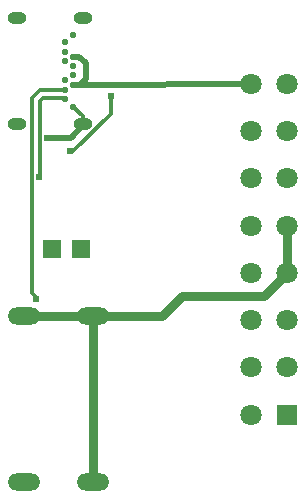
<source format=gbl>
G04 Layer: BottomLayer*
G04 EasyEDA Pro v2.2.37.7, 2025-04-21 16:56:55*
G04 Gerber Generator version 0.3*
G04 Scale: 100 percent, Rotated: No, Reflected: No*
G04 Dimensions in millimeters*
G04 Leading zeros omitted, absolute positions, 4 integers and 5 decimals*
%FSLAX45Y45*%
%MOMM*%
%ADD10C,1.8*%
%ADD11R,1.8X1.8*%
%ADD12O,2.75001X1.45001*%
%ADD13C,0.55001*%
%ADD14O,1.6X1.0*%
%ADD15R,1.524X1.524*%
%ADD16C,0.61*%
%ADD17C,0.762*%
%ADD18C,0.254*%
%ADD19C,0.3048*%
%ADD20C,0.508*%
G75*


G04 Pad Start*
G54D10*
G01X-20700200Y4651200D03*
G01X-20700200Y4251201D03*
G01X-20700200Y3851202D03*
G01X-20700200Y3451202D03*
G01X-20700200Y3051203D03*
G01X-20700200Y2651204D03*
G01X-20700200Y2251205D03*
G01X-20700200Y1851206D03*
G01X-20400188Y4651200D03*
G01X-20400188Y4251201D03*
G01X-20400188Y3851202D03*
G01X-20400188Y3451202D03*
G01X-20400188Y3051203D03*
G01X-20400188Y2651204D03*
G01X-20400188Y2251205D03*
G54D11*
G01X-20400213Y1851206D03*
G54D12*
G01X-22627603Y2686202D03*
G01X-22627603Y1276198D03*
G01X-22037611Y2686202D03*
G01X-22037611Y1276198D03*
G54D13*
G01X-22205848Y4457510D03*
G01X-22205848Y5067516D03*
G01X-22275851Y5002517D03*
G01X-22275851Y4522508D03*
G01X-22275851Y4922507D03*
G01X-22275851Y4602518D03*
G01X-22275851Y4842523D03*
G01X-22275851Y4682503D03*
G01X-22205848Y4882502D03*
G01X-22205848Y4642523D03*
G01X-22205848Y4802518D03*
G01X-22205848Y4722508D03*
G54D14*
G01X-22124848Y4312501D03*
G01X-22124848Y5212499D03*
G01X-22685858Y4312501D03*
G01X-22685858Y5212499D03*
G54D15*
G01X-22138094Y3251200D03*
G01X-22388106Y3251200D03*
G04 Pad End*

G04 Via Start*
G54D16*
G01X-22522872Y2833465D03*
G01X-21891142Y4552302D03*
G01X-22234042Y4082402D03*
G01X-22425700Y4195267D03*
G01X-22494260Y3860800D03*
G04 Via End*

G04 Track Start*
G54D17*
G01X-20400188Y3451202D02*
G01X-20400188Y3051203D01*
G01X-22037611Y2686202D02*
G01X-22520211Y2686202D01*
G54D18*
G01X-22520211Y2686202D02*
G01X-22627603Y2686202D01*
G54D17*
G01X-20400188Y3051203D02*
G01X-20593891Y2857500D01*
G01X-21285200Y2857500D01*
G01X-21456498Y2686202D01*
G01X-22037611Y2686202D01*
G54D19*
G01X-22124848Y4312501D02*
G01X-22124848Y4376509D01*
G01X-22205848Y4457510D01*
G54D20*
G01X-20700200Y4651200D02*
G01X-22147313Y4641990D01*
G01X-22147847Y4642523D02*
G01X-22205848Y4642523D01*
G01X-22147313Y4641990D02*
G01X-22147847Y4642523D01*
G01X-22124848Y4312501D02*
G01X-22124848Y4299801D01*
G01X-22096928Y4693198D02*
G01X-22098000Y4825454D01*
G01X-22155048Y4882502D01*
G01X-22147314Y4641990D02*
G01X-22096928Y4693198D01*
G01X-22155048Y4882502D02*
G01X-22205848Y4882502D01*
G54D17*
G01X-22037611Y2686202D02*
G01X-22037611Y1276198D01*
G54D19*
G01X-21891142Y4552302D02*
G01X-21891142Y4397858D01*
G01X-22522872Y2846165D02*
G01X-22522872Y2833465D01*
G54D20*
G01X-22124848Y4299801D02*
G01X-22229381Y4195267D01*
G01X-22425700Y4195267D01*
G54D19*
G01X-22555201Y2878494D02*
G01X-22522872Y2846165D01*
G01X-22275851Y4602518D02*
G01X-22486582Y4602518D01*
G01X-22555201Y4533899D01*
G01X-22555201Y2878494D01*
G01X-21891142Y4397858D02*
G01X-22206598Y4082402D01*
G01X-22234042Y4082402D01*
G01X-22494260Y3860800D02*
G01X-22491700Y3863360D01*
G01X-22491700Y4508500D01*
G01X-22464992Y4535208D01*
G01X-22288551Y4535208D01*
G01X-22275851Y4522508D01*
G04 Track End*

M02*


</source>
